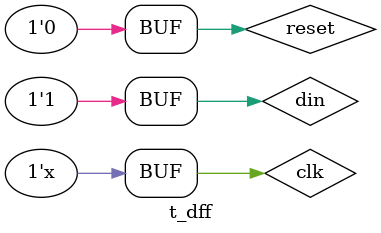
<source format=v>
module dff(q,qn,clk,reset,din);
  
  output reg q,qn;
  input clk, reset, din;
  
  always @(negedge clk)
  begin
    if(reset==1'b1)
      begin
      q=1'b0;
      qn=1'b1;
    end
  else
    begin
      q=din;
      qn= ~q;
    end 
  end
  endmodule
  
//tst bnch
module t_dff();
  
  wire q,qn;
  reg clk, reset, din;
  
  dff a1(q,qn,clk,reset,din);
  
  always
  begin
    #10;
    clk=~clk;
  end
  
  initial
  begin
    clk=1'b0;
  reset=1'b1;
  #100;
  reset=1'b0;
  #50;
  din=1'b0;
  #50;
  din=1'b1;
  #50;   
end
endmodule
</source>
